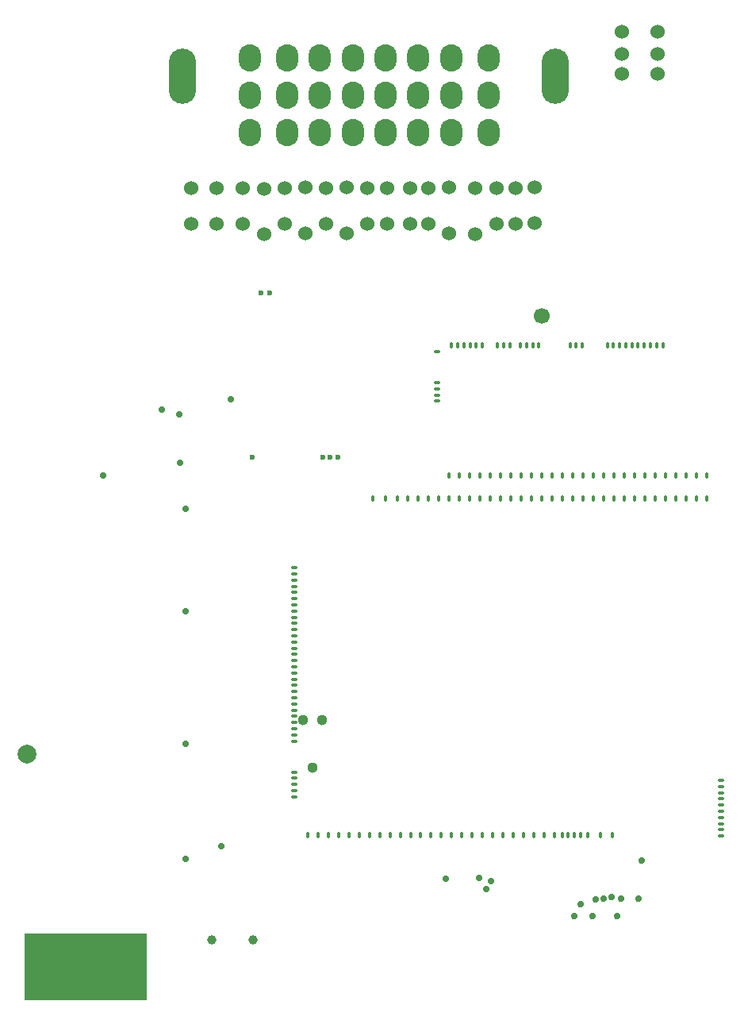
<source format=gbs>
G75*
G70*
%OFA0B0*%
%FSLAX25Y25*%
%IPPOS*%
%LPD*%
%AMOC8*
5,1,8,0,0,1.08239X$1,22.5*
%
%AMM213*
21,1,0.015350,0.009840,-0.000000,-0.000000,180.000000*
21,1,0.000000,0.025200,-0.000000,-0.000000,180.000000*
1,1,0.015350,-0.000000,0.004920*
1,1,0.015350,-0.000000,0.004920*
1,1,0.015350,-0.000000,-0.004920*
1,1,0.015350,-0.000000,-0.004920*
%
%AMM214*
21,1,0.015350,0.009840,-0.000000,-0.000000,270.000000*
21,1,0.000000,0.025200,-0.000000,-0.000000,270.000000*
1,1,0.015350,-0.004920,-0.000000*
1,1,0.015350,-0.004920,-0.000000*
1,1,0.015350,0.004920,-0.000000*
1,1,0.015350,0.004920,-0.000000*
%
%AMM279*
21,1,0.015350,0.009840,-0.000000,-0.000000,90.000000*
21,1,0.000000,0.025200,-0.000000,-0.000000,90.000000*
1,1,0.015350,0.004920,-0.000000*
1,1,0.015350,0.004920,-0.000000*
1,1,0.015350,-0.004920,-0.000000*
1,1,0.015350,-0.004920,-0.000000*
%
%ADD101O,0.11417X0.23228*%
%ADD105C,0.02362*%
%ADD120C,0.03937*%
%ADD138C,0.00472*%
%ADD160C,0.07874*%
%ADD192C,0.06000*%
%ADD207C,0.04451*%
%ADD231O,0.09449X0.11417*%
%ADD35C,0.06693*%
%ADD365M213*%
%ADD366M214*%
%ADD435M279*%
%ADD73C,0.02913*%
X0000000Y0000000D02*
%LPD*%
G01*
D138*
X0026378Y0000787D02*
X0026378Y0028346D01*
X0026378Y0028346D02*
X0077559Y0028346D01*
X0077559Y0028346D02*
X0077559Y0000787D01*
X0077559Y0000787D02*
X0026378Y0000787D01*
G36*
X0077559Y0000787D02*
G01*
X0026378Y0000787D01*
X0026378Y0028346D01*
X0077559Y0028346D01*
X0077559Y0000787D01*
G37*
X0077559Y0000787D02*
X0026378Y0000787D01*
X0026378Y0028346D01*
X0077559Y0028346D01*
X0077559Y0000787D01*
D105*
X0277020Y0042540D03*
X0275347Y0035315D03*
X0273182Y0043386D03*
X0269737Y0042540D03*
X0266390Y0042245D03*
X0265111Y0035315D03*
X0259993Y0040473D03*
X0257434Y0035315D03*
X0285682Y0058642D03*
X0284501Y0042599D03*
D192*
X0196206Y0326364D03*
X0196206Y0341364D03*
X0188514Y0326449D03*
X0188514Y0341449D03*
X0144488Y0341535D03*
X0144488Y0322244D03*
G36*
G01*
X0199409Y0252348D02*
X0200394Y0252348D01*
G75*
G02*
X0200886Y0251856I0000000J-000492D01*
G01*
X0200886Y0251856D01*
G75*
G02*
X0200394Y0251364I-000492J0000000D01*
G01*
X0199409Y0251364D01*
G75*
G02*
X0198917Y0251856I0000000J0000492D01*
G01*
X0198917Y0251856D01*
G75*
G02*
X0199409Y0252348I0000492J0000000D01*
G01*
G37*
G36*
G01*
X0199409Y0254947D02*
X0200394Y0254947D01*
G75*
G02*
X0200886Y0254455I0000000J-000492D01*
G01*
X0200886Y0254455D01*
G75*
G02*
X0200394Y0253963I-000492J0000000D01*
G01*
X0199409Y0253963D01*
G75*
G02*
X0198917Y0254455I0000000J0000492D01*
G01*
X0198917Y0254455D01*
G75*
G02*
X0199409Y0254947I0000492J0000000D01*
G01*
G37*
G36*
G01*
X0199409Y0257545D02*
X0200394Y0257545D01*
G75*
G02*
X0200886Y0257053I0000000J-000492D01*
G01*
X0200886Y0257053D01*
G75*
G02*
X0200394Y0256561I-000492J0000000D01*
G01*
X0199409Y0256561D01*
G75*
G02*
X0198917Y0257053I0000000J0000492D01*
G01*
X0198917Y0257053D01*
G75*
G02*
X0199409Y0257545I0000492J0000000D01*
G01*
G37*
G36*
G01*
X0199409Y0260144D02*
X0200394Y0260144D01*
G75*
G02*
X0200886Y0259651I0000000J-000492D01*
G01*
X0200886Y0259651D01*
G75*
G02*
X0200394Y0259159I-000492J0000000D01*
G01*
X0199409Y0259159D01*
G75*
G02*
X0198917Y0259651I0000000J0000492D01*
G01*
X0198917Y0259651D01*
G75*
G02*
X0199409Y0260144I0000492J0000000D01*
G01*
G37*
G36*
G01*
X0199409Y0273136D02*
X0200394Y0273136D01*
G75*
G02*
X0200886Y0272644I0000000J-000492D01*
G01*
X0200886Y0272644D01*
G75*
G02*
X0200394Y0272152I-000492J0000000D01*
G01*
X0199409Y0272152D01*
G75*
G02*
X0198917Y0272644I0000000J0000492D01*
G01*
X0198917Y0272644D01*
G75*
G02*
X0199409Y0273136I0000492J0000000D01*
G01*
G37*
G36*
G01*
X0312677Y0219991D02*
X0312677Y0220975D01*
G75*
G02*
X0313169Y0221467I0000492J0000000D01*
G01*
X0313169Y0221467D01*
G75*
G02*
X0313661Y0220975I0000000J-000492D01*
G01*
X0313661Y0219991D01*
G75*
G02*
X0313169Y0219499I-000492J0000000D01*
G01*
X0313169Y0219499D01*
G75*
G02*
X0312677Y0219991I0000000J0000492D01*
G01*
G37*
G36*
G01*
X0309331Y0220975D02*
X0309331Y0219991D01*
G75*
G02*
X0308839Y0219499I-000492J0000000D01*
G01*
X0308839Y0219499D01*
G75*
G02*
X0308346Y0219991I0000000J0000492D01*
G01*
X0308346Y0220975D01*
G75*
G02*
X0308839Y0221467I0000492J0000000D01*
G01*
X0308839Y0221467D01*
G75*
G02*
X0309331Y0220975I0000000J-000492D01*
G01*
G37*
G36*
G01*
X0305000Y0220975D02*
X0305000Y0219991D01*
G75*
G02*
X0304508Y0219499I-000492J0000000D01*
G01*
X0304508Y0219499D01*
G75*
G02*
X0304016Y0219991I0000000J0000492D01*
G01*
X0304016Y0220975D01*
G75*
G02*
X0304508Y0221467I0000492J0000000D01*
G01*
X0304508Y0221467D01*
G75*
G02*
X0305000Y0220975I0000000J-000492D01*
G01*
G37*
G36*
G01*
X0300669Y0220975D02*
X0300669Y0219991D01*
G75*
G02*
X0300177Y0219499I-000492J0000000D01*
G01*
X0300177Y0219499D01*
G75*
G02*
X0299685Y0219991I0000000J0000492D01*
G01*
X0299685Y0220975D01*
G75*
G02*
X0300177Y0221467I0000492J0000000D01*
G01*
X0300177Y0221467D01*
G75*
G02*
X0300669Y0220975I0000000J-000492D01*
G01*
G37*
G36*
G01*
X0296339Y0220975D02*
X0296339Y0219991D01*
G75*
G02*
X0295846Y0219499I-000492J0000000D01*
G01*
X0295846Y0219499D01*
G75*
G02*
X0295354Y0219991I0000000J0000492D01*
G01*
X0295354Y0220975D01*
G75*
G02*
X0295846Y0221467I0000492J0000000D01*
G01*
X0295846Y0221467D01*
G75*
G02*
X0296339Y0220975I0000000J-000492D01*
G01*
G37*
G36*
G01*
X0292008Y0220975D02*
X0292008Y0219991D01*
G75*
G02*
X0291516Y0219499I-000492J0000000D01*
G01*
X0291516Y0219499D01*
G75*
G02*
X0291024Y0219991I0000000J0000492D01*
G01*
X0291024Y0220975D01*
G75*
G02*
X0291516Y0221467I0000492J0000000D01*
G01*
X0291516Y0221467D01*
G75*
G02*
X0292008Y0220975I0000000J-000492D01*
G01*
G37*
G36*
G01*
X0287677Y0220975D02*
X0287677Y0219991D01*
G75*
G02*
X0287185Y0219499I-000492J0000000D01*
G01*
X0287185Y0219499D01*
G75*
G02*
X0286693Y0219991I0000000J0000492D01*
G01*
X0286693Y0220975D01*
G75*
G02*
X0287185Y0221467I0000492J0000000D01*
G01*
X0287185Y0221467D01*
G75*
G02*
X0287677Y0220975I0000000J-000492D01*
G01*
G37*
G36*
G01*
X0283346Y0220975D02*
X0283346Y0219991D01*
G75*
G02*
X0282854Y0219499I-000492J0000000D01*
G01*
X0282854Y0219499D01*
G75*
G02*
X0282362Y0219991I0000000J0000492D01*
G01*
X0282362Y0220975D01*
G75*
G02*
X0282854Y0221467I0000492J0000000D01*
G01*
X0282854Y0221467D01*
G75*
G02*
X0283346Y0220975I0000000J-000492D01*
G01*
G37*
G36*
G01*
X0279016Y0220975D02*
X0279016Y0219991D01*
G75*
G02*
X0278524Y0219499I-000492J0000000D01*
G01*
X0278524Y0219499D01*
G75*
G02*
X0278032Y0219991I0000000J0000492D01*
G01*
X0278032Y0220975D01*
G75*
G02*
X0278524Y0221467I0000492J0000000D01*
G01*
X0278524Y0221467D01*
G75*
G02*
X0279016Y0220975I0000000J-000492D01*
G01*
G37*
G36*
G01*
X0274685Y0220975D02*
X0274685Y0219991D01*
G75*
G02*
X0274193Y0219499I-000492J0000000D01*
G01*
X0274193Y0219499D01*
G75*
G02*
X0273701Y0219991I0000000J0000492D01*
G01*
X0273701Y0220975D01*
G75*
G02*
X0274193Y0221467I0000492J0000000D01*
G01*
X0274193Y0221467D01*
G75*
G02*
X0274685Y0220975I0000000J-000492D01*
G01*
G37*
G36*
G01*
X0270354Y0220975D02*
X0270354Y0219991D01*
G75*
G02*
X0269862Y0219499I-000492J0000000D01*
G01*
X0269862Y0219499D01*
G75*
G02*
X0269370Y0219991I0000000J0000492D01*
G01*
X0269370Y0220975D01*
G75*
G02*
X0269862Y0221467I0000492J0000000D01*
G01*
X0269862Y0221467D01*
G75*
G02*
X0270354Y0220975I0000000J-000492D01*
G01*
G37*
G36*
G01*
X0266024Y0220975D02*
X0266024Y0219991D01*
G75*
G02*
X0265532Y0219499I-000492J0000000D01*
G01*
X0265532Y0219499D01*
G75*
G02*
X0265039Y0219991I0000000J0000492D01*
G01*
X0265039Y0220975D01*
G75*
G02*
X0265532Y0221467I0000492J0000000D01*
G01*
X0265532Y0221467D01*
G75*
G02*
X0266024Y0220975I0000000J-000492D01*
G01*
G37*
G36*
G01*
X0261693Y0220975D02*
X0261693Y0219991D01*
G75*
G02*
X0261201Y0219499I-000492J0000000D01*
G01*
X0261201Y0219499D01*
G75*
G02*
X0260709Y0219991I0000000J0000492D01*
G01*
X0260709Y0220975D01*
G75*
G02*
X0261201Y0221467I0000492J0000000D01*
G01*
X0261201Y0221467D01*
G75*
G02*
X0261693Y0220975I0000000J-000492D01*
G01*
G37*
G36*
G01*
X0257362Y0220975D02*
X0257362Y0219991D01*
G75*
G02*
X0256870Y0219499I-000492J0000000D01*
G01*
X0256870Y0219499D01*
G75*
G02*
X0256378Y0219991I0000000J0000492D01*
G01*
X0256378Y0220975D01*
G75*
G02*
X0256870Y0221467I0000492J0000000D01*
G01*
X0256870Y0221467D01*
G75*
G02*
X0257362Y0220975I0000000J-000492D01*
G01*
G37*
G36*
G01*
X0253032Y0220975D02*
X0253032Y0219991D01*
G75*
G02*
X0252539Y0219499I-000492J0000000D01*
G01*
X0252539Y0219499D01*
G75*
G02*
X0252047Y0219991I0000000J0000492D01*
G01*
X0252047Y0220975D01*
G75*
G02*
X0252539Y0221467I0000492J0000000D01*
G01*
X0252539Y0221467D01*
G75*
G02*
X0253032Y0220975I0000000J-000492D01*
G01*
G37*
G36*
G01*
X0248701Y0220975D02*
X0248701Y0219991D01*
G75*
G02*
X0248209Y0219499I-000492J0000000D01*
G01*
X0248209Y0219499D01*
G75*
G02*
X0247717Y0219991I0000000J0000492D01*
G01*
X0247717Y0220975D01*
G75*
G02*
X0248209Y0221467I0000492J0000000D01*
G01*
X0248209Y0221467D01*
G75*
G02*
X0248701Y0220975I0000000J-000492D01*
G01*
G37*
G36*
G01*
X0244370Y0220975D02*
X0244370Y0219991D01*
G75*
G02*
X0243878Y0219499I-000492J0000000D01*
G01*
X0243878Y0219499D01*
G75*
G02*
X0243386Y0219991I0000000J0000492D01*
G01*
X0243386Y0220975D01*
G75*
G02*
X0243878Y0221467I0000492J0000000D01*
G01*
X0243878Y0221467D01*
G75*
G02*
X0244370Y0220975I0000000J-000492D01*
G01*
G37*
G36*
G01*
X0240039Y0220975D02*
X0240039Y0219991D01*
G75*
G02*
X0239547Y0219499I-000492J0000000D01*
G01*
X0239547Y0219499D01*
G75*
G02*
X0239055Y0219991I0000000J0000492D01*
G01*
X0239055Y0220975D01*
G75*
G02*
X0239547Y0221467I0000492J0000000D01*
G01*
X0239547Y0221467D01*
G75*
G02*
X0240039Y0220975I0000000J-000492D01*
G01*
G37*
G36*
G01*
X0235709Y0220975D02*
X0235709Y0219991D01*
G75*
G02*
X0235217Y0219499I-000492J0000000D01*
G01*
X0235217Y0219499D01*
G75*
G02*
X0234725Y0219991I0000000J0000492D01*
G01*
X0234725Y0220975D01*
G75*
G02*
X0235217Y0221467I0000492J0000000D01*
G01*
X0235217Y0221467D01*
G75*
G02*
X0235709Y0220975I0000000J-000492D01*
G01*
G37*
G36*
G01*
X0231378Y0220975D02*
X0231378Y0219991D01*
G75*
G02*
X0230886Y0219499I-000492J0000000D01*
G01*
X0230886Y0219499D01*
G75*
G02*
X0230394Y0219991I0000000J0000492D01*
G01*
X0230394Y0220975D01*
G75*
G02*
X0230886Y0221467I0000492J0000000D01*
G01*
X0230886Y0221467D01*
G75*
G02*
X0231378Y0220975I0000000J-000492D01*
G01*
G37*
G36*
G01*
X0227047Y0220975D02*
X0227047Y0219991D01*
G75*
G02*
X0226555Y0219499I-000492J0000000D01*
G01*
X0226555Y0219499D01*
G75*
G02*
X0226063Y0219991I0000000J0000492D01*
G01*
X0226063Y0220975D01*
G75*
G02*
X0226555Y0221467I0000492J0000000D01*
G01*
X0226555Y0221467D01*
G75*
G02*
X0227047Y0220975I0000000J-000492D01*
G01*
G37*
G36*
G01*
X0222717Y0220975D02*
X0222717Y0219991D01*
G75*
G02*
X0222225Y0219499I-000492J0000000D01*
G01*
X0222225Y0219499D01*
G75*
G02*
X0221732Y0219991I0000000J0000492D01*
G01*
X0221732Y0220975D01*
G75*
G02*
X0222225Y0221467I0000492J0000000D01*
G01*
X0222225Y0221467D01*
G75*
G02*
X0222717Y0220975I0000000J-000492D01*
G01*
G37*
G36*
G01*
X0218386Y0220975D02*
X0218386Y0219991D01*
G75*
G02*
X0217894Y0219499I-000492J0000000D01*
G01*
X0217894Y0219499D01*
G75*
G02*
X0217402Y0219991I0000000J0000492D01*
G01*
X0217402Y0220975D01*
G75*
G02*
X0217894Y0221467I0000492J0000000D01*
G01*
X0217894Y0221467D01*
G75*
G02*
X0218386Y0220975I0000000J-000492D01*
G01*
G37*
G36*
G01*
X0214055Y0220975D02*
X0214055Y0219991D01*
G75*
G02*
X0213563Y0219499I-000492J0000000D01*
G01*
X0213563Y0219499D01*
G75*
G02*
X0213071Y0219991I0000000J0000492D01*
G01*
X0213071Y0220975D01*
G75*
G02*
X0213563Y0221467I0000492J0000000D01*
G01*
X0213563Y0221467D01*
G75*
G02*
X0214055Y0220975I0000000J-000492D01*
G01*
G37*
G36*
G01*
X0209725Y0220975D02*
X0209725Y0219991D01*
G75*
G02*
X0209232Y0219499I-000492J0000000D01*
G01*
X0209232Y0219499D01*
G75*
G02*
X0208740Y0219991I0000000J0000492D01*
G01*
X0208740Y0220975D01*
G75*
G02*
X0209232Y0221467I0000492J0000000D01*
G01*
X0209232Y0221467D01*
G75*
G02*
X0209725Y0220975I0000000J-000492D01*
G01*
G37*
G36*
G01*
X0205394Y0220975D02*
X0205394Y0219991D01*
G75*
G02*
X0204902Y0219499I-000492J0000000D01*
G01*
X0204902Y0219499D01*
G75*
G02*
X0204410Y0219991I0000000J0000492D01*
G01*
X0204410Y0220975D01*
G75*
G02*
X0204902Y0221467I0000492J0000000D01*
G01*
X0204902Y0221467D01*
G75*
G02*
X0205394Y0220975I0000000J-000492D01*
G01*
G37*
G36*
G01*
X0206382Y0275944D02*
X0206382Y0274959D01*
G75*
G02*
X0205890Y0274467I-000492J0000000D01*
G01*
X0205890Y0274467D01*
G75*
G02*
X0205398Y0274959I0000000J0000492D01*
G01*
X0205398Y0275944D01*
G75*
G02*
X0205890Y0276436I0000492J0000000D01*
G01*
X0205890Y0276436D01*
G75*
G02*
X0206382Y0275944I0000000J-000492D01*
G01*
G37*
G36*
G01*
X0208980Y0275944D02*
X0208980Y0274959D01*
G75*
G02*
X0208488Y0274467I-000492J0000000D01*
G01*
X0208488Y0274467D01*
G75*
G02*
X0207996Y0274959I0000000J0000492D01*
G01*
X0207996Y0275944D01*
G75*
G02*
X0208488Y0276436I0000492J0000000D01*
G01*
X0208488Y0276436D01*
G75*
G02*
X0208980Y0275944I0000000J-000492D01*
G01*
G37*
G36*
G01*
X0211579Y0275944D02*
X0211579Y0274959D01*
G75*
G02*
X0211087Y0274467I-000492J0000000D01*
G01*
X0211087Y0274467D01*
G75*
G02*
X0210594Y0274959I0000000J0000492D01*
G01*
X0210594Y0275944D01*
G75*
G02*
X0211087Y0276436I0000492J0000000D01*
G01*
X0211087Y0276436D01*
G75*
G02*
X0211579Y0275944I0000000J-000492D01*
G01*
G37*
G36*
G01*
X0214177Y0275944D02*
X0214177Y0274959D01*
G75*
G02*
X0213685Y0274467I-000492J0000000D01*
G01*
X0213685Y0274467D01*
G75*
G02*
X0213193Y0274959I0000000J0000492D01*
G01*
X0213193Y0275944D01*
G75*
G02*
X0213685Y0276436I0000492J0000000D01*
G01*
X0213685Y0276436D01*
G75*
G02*
X0214177Y0275944I0000000J-000492D01*
G01*
G37*
G36*
G01*
X0216776Y0275944D02*
X0216776Y0274959D01*
G75*
G02*
X0216283Y0274467I-000492J0000000D01*
G01*
X0216283Y0274467D01*
G75*
G02*
X0215791Y0274959I0000000J0000492D01*
G01*
X0215791Y0275944D01*
G75*
G02*
X0216283Y0276436I0000492J0000000D01*
G01*
X0216283Y0276436D01*
G75*
G02*
X0216776Y0275944I0000000J-000492D01*
G01*
G37*
G36*
G01*
X0219374Y0275944D02*
X0219374Y0274959D01*
G75*
G02*
X0218882Y0274467I-000492J0000000D01*
G01*
X0218882Y0274467D01*
G75*
G02*
X0218390Y0274959I0000000J0000492D01*
G01*
X0218390Y0275944D01*
G75*
G02*
X0218882Y0276436I0000492J0000000D01*
G01*
X0218882Y0276436D01*
G75*
G02*
X0219374Y0275944I0000000J-000492D01*
G01*
G37*
G36*
G01*
X0225677Y0275944D02*
X0225677Y0274959D01*
G75*
G02*
X0225185Y0274467I-000492J0000000D01*
G01*
X0225185Y0274467D01*
G75*
G02*
X0224693Y0274959I0000000J0000492D01*
G01*
X0224693Y0275944D01*
G75*
G02*
X0225185Y0276436I0000492J0000000D01*
G01*
X0225185Y0276436D01*
G75*
G02*
X0225677Y0275944I0000000J-000492D01*
G01*
G37*
G36*
G01*
X0228276Y0275944D02*
X0228276Y0274959D01*
G75*
G02*
X0227783Y0274467I-000492J0000000D01*
G01*
X0227783Y0274467D01*
G75*
G02*
X0227291Y0274959I0000000J0000492D01*
G01*
X0227291Y0275944D01*
G75*
G02*
X0227783Y0276436I0000492J0000000D01*
G01*
X0227783Y0276436D01*
G75*
G02*
X0228276Y0275944I0000000J-000492D01*
G01*
G37*
G36*
G01*
X0230874Y0275944D02*
X0230874Y0274959D01*
G75*
G02*
X0230382Y0274467I-000492J0000000D01*
G01*
X0230382Y0274467D01*
G75*
G02*
X0229890Y0274959I0000000J0000492D01*
G01*
X0229890Y0275944D01*
G75*
G02*
X0230382Y0276436I0000492J0000000D01*
G01*
X0230382Y0276436D01*
G75*
G02*
X0230874Y0275944I0000000J-000492D01*
G01*
G37*
G36*
G01*
X0235287Y0275944D02*
X0235287Y0274959D01*
G75*
G02*
X0234795Y0274467I-000492J0000000D01*
G01*
X0234795Y0274467D01*
G75*
G02*
X0234303Y0274959I0000000J0000492D01*
G01*
X0234303Y0275944D01*
G75*
G02*
X0234795Y0276436I0000492J0000000D01*
G01*
X0234795Y0276436D01*
G75*
G02*
X0235287Y0275944I0000000J-000492D01*
G01*
G37*
G36*
G01*
X0237885Y0275944D02*
X0237885Y0274959D01*
G75*
G02*
X0237393Y0274467I-000492J0000000D01*
G01*
X0237393Y0274467D01*
G75*
G02*
X0236901Y0274959I0000000J0000492D01*
G01*
X0236901Y0275944D01*
G75*
G02*
X0237393Y0276436I0000492J0000000D01*
G01*
X0237393Y0276436D01*
G75*
G02*
X0237885Y0275944I0000000J-000492D01*
G01*
G37*
G36*
G01*
X0240484Y0275944D02*
X0240484Y0274959D01*
G75*
G02*
X0239992Y0274467I-000492J0000000D01*
G01*
X0239992Y0274467D01*
G75*
G02*
X0239500Y0274959I0000000J0000492D01*
G01*
X0239500Y0275944D01*
G75*
G02*
X0239992Y0276436I0000492J0000000D01*
G01*
X0239992Y0276436D01*
G75*
G02*
X0240484Y0275944I0000000J-000492D01*
G01*
G37*
G36*
G01*
X0243082Y0275944D02*
X0243082Y0274959D01*
G75*
G02*
X0242590Y0274467I-000492J0000000D01*
G01*
X0242590Y0274467D01*
G75*
G02*
X0242098Y0274959I0000000J0000492D01*
G01*
X0242098Y0275944D01*
G75*
G02*
X0242590Y0276436I0000492J0000000D01*
G01*
X0242590Y0276436D01*
G75*
G02*
X0243082Y0275944I0000000J-000492D01*
G01*
G37*
G36*
G01*
X0256177Y0275944D02*
X0256177Y0274959D01*
G75*
G02*
X0255685Y0274467I-000492J0000000D01*
G01*
X0255685Y0274467D01*
G75*
G02*
X0255193Y0274959I0000000J0000492D01*
G01*
X0255193Y0275944D01*
G75*
G02*
X0255685Y0276436I0000492J0000000D01*
G01*
X0255685Y0276436D01*
G75*
G02*
X0256177Y0275944I0000000J-000492D01*
G01*
G37*
G36*
G01*
X0258776Y0275944D02*
X0258776Y0274959D01*
G75*
G02*
X0258283Y0274467I-000492J0000000D01*
G01*
X0258283Y0274467D01*
G75*
G02*
X0257791Y0274959I0000000J0000492D01*
G01*
X0257791Y0275944D01*
G75*
G02*
X0258283Y0276436I0000492J0000000D01*
G01*
X0258283Y0276436D01*
G75*
G02*
X0258776Y0275944I0000000J-000492D01*
G01*
G37*
G36*
G01*
X0261374Y0275944D02*
X0261374Y0274959D01*
G75*
G02*
X0260882Y0274467I-000492J0000000D01*
G01*
X0260882Y0274467D01*
G75*
G02*
X0260390Y0274959I0000000J0000492D01*
G01*
X0260390Y0275944D01*
G75*
G02*
X0260882Y0276436I0000492J0000000D01*
G01*
X0260882Y0276436D01*
G75*
G02*
X0261374Y0275944I0000000J-000492D01*
G01*
G37*
G36*
G01*
X0271791Y0275944D02*
X0271791Y0274959D01*
G75*
G02*
X0271299Y0274467I-000492J0000000D01*
G01*
X0271299Y0274467D01*
G75*
G02*
X0270807Y0274959I0000000J0000492D01*
G01*
X0270807Y0275944D01*
G75*
G02*
X0271299Y0276436I0000492J0000000D01*
G01*
X0271299Y0276436D01*
G75*
G02*
X0271791Y0275944I0000000J-000492D01*
G01*
G37*
G36*
G01*
X0274390Y0275944D02*
X0274390Y0274959D01*
G75*
G02*
X0273898Y0274467I-000492J0000000D01*
G01*
X0273898Y0274467D01*
G75*
G02*
X0273405Y0274959I0000000J0000492D01*
G01*
X0273405Y0275944D01*
G75*
G02*
X0273898Y0276436I0000492J0000000D01*
G01*
X0273898Y0276436D01*
G75*
G02*
X0274390Y0275944I0000000J-000492D01*
G01*
G37*
G36*
G01*
X0276988Y0275944D02*
X0276988Y0274959D01*
G75*
G02*
X0276496Y0274467I-000492J0000000D01*
G01*
X0276496Y0274467D01*
G75*
G02*
X0276004Y0274959I0000000J0000492D01*
G01*
X0276004Y0275944D01*
G75*
G02*
X0276496Y0276436I0000492J0000000D01*
G01*
X0276496Y0276436D01*
G75*
G02*
X0276988Y0275944I0000000J-000492D01*
G01*
G37*
G36*
G01*
X0279587Y0275944D02*
X0279587Y0274959D01*
G75*
G02*
X0279094Y0274467I-000492J0000000D01*
G01*
X0279094Y0274467D01*
G75*
G02*
X0278602Y0274959I0000000J0000492D01*
G01*
X0278602Y0275944D01*
G75*
G02*
X0279094Y0276436I0000492J0000000D01*
G01*
X0279094Y0276436D01*
G75*
G02*
X0279587Y0275944I0000000J-000492D01*
G01*
G37*
G36*
G01*
X0282185Y0275944D02*
X0282185Y0274959D01*
G75*
G02*
X0281693Y0274467I-000492J0000000D01*
G01*
X0281693Y0274467D01*
G75*
G02*
X0281201Y0274959I0000000J0000492D01*
G01*
X0281201Y0275944D01*
G75*
G02*
X0281693Y0276436I0000492J0000000D01*
G01*
X0281693Y0276436D01*
G75*
G02*
X0282185Y0275944I0000000J-000492D01*
G01*
G37*
G36*
G01*
X0284783Y0275944D02*
X0284783Y0274959D01*
G75*
G02*
X0284291Y0274467I-000492J0000000D01*
G01*
X0284291Y0274467D01*
G75*
G02*
X0283799Y0274959I0000000J0000492D01*
G01*
X0283799Y0275944D01*
G75*
G02*
X0284291Y0276436I0000492J0000000D01*
G01*
X0284291Y0276436D01*
G75*
G02*
X0284783Y0275944I0000000J-000492D01*
G01*
G37*
G36*
G01*
X0287382Y0275944D02*
X0287382Y0274959D01*
G75*
G02*
X0286890Y0274467I-000492J0000000D01*
G01*
X0286890Y0274467D01*
G75*
G02*
X0286398Y0274959I0000000J0000492D01*
G01*
X0286398Y0275944D01*
G75*
G02*
X0286890Y0276436I0000492J0000000D01*
G01*
X0286890Y0276436D01*
G75*
G02*
X0287382Y0275944I0000000J-000492D01*
G01*
G37*
G36*
G01*
X0289980Y0275944D02*
X0289980Y0274959D01*
G75*
G02*
X0289488Y0274467I-000492J0000000D01*
G01*
X0289488Y0274467D01*
G75*
G02*
X0288996Y0274959I0000000J0000492D01*
G01*
X0288996Y0275944D01*
G75*
G02*
X0289488Y0276436I0000492J0000000D01*
G01*
X0289488Y0276436D01*
G75*
G02*
X0289980Y0275944I0000000J-000492D01*
G01*
G37*
G36*
G01*
X0292579Y0275944D02*
X0292579Y0274959D01*
G75*
G02*
X0292087Y0274467I-000492J0000000D01*
G01*
X0292087Y0274467D01*
G75*
G02*
X0291594Y0274959I0000000J0000492D01*
G01*
X0291594Y0275944D01*
G75*
G02*
X0292087Y0276436I0000492J0000000D01*
G01*
X0292087Y0276436D01*
G75*
G02*
X0292579Y0275944I0000000J-000492D01*
G01*
G37*
G36*
G01*
X0295177Y0275944D02*
X0295177Y0274959D01*
G75*
G02*
X0294685Y0274467I-000492J0000000D01*
G01*
X0294685Y0274467D01*
G75*
G02*
X0294193Y0274959I0000000J0000492D01*
G01*
X0294193Y0275944D01*
G75*
G02*
X0294685Y0276436I0000492J0000000D01*
G01*
X0294685Y0276436D01*
G75*
G02*
X0295177Y0275944I0000000J-000492D01*
G01*
G37*
D35*
X0243929Y0287795D03*
D192*
X0096457Y0326358D03*
X0096457Y0341358D03*
X0292539Y0407087D03*
X0277539Y0407087D03*
D120*
X0122441Y0025492D03*
X0105118Y0025492D03*
D192*
X0153150Y0326358D03*
X0153150Y0341358D03*
X0178740Y0326358D03*
X0178740Y0341358D03*
D105*
X0222612Y0050344D03*
X0220545Y0046900D03*
X0217592Y0051526D03*
X0203616Y0051230D03*
X0059315Y0220622D03*
X0091697Y0225838D03*
X0091628Y0246439D03*
X0084217Y0248378D03*
X0113154Y0252807D03*
X0122146Y0228346D03*
X0151673Y0228346D03*
X0154823Y0228346D03*
X0157972Y0228346D03*
X0129626Y0297343D03*
X0125689Y0297343D03*
D192*
X0170472Y0326358D03*
X0170472Y0341358D03*
X0118110Y0326358D03*
X0118110Y0341358D03*
X0215929Y0341339D03*
X0215929Y0322047D03*
X0277539Y0389370D03*
X0292539Y0389370D03*
X0161811Y0341535D03*
X0161811Y0322244D03*
G36*
G01*
X0139411Y0086235D02*
X0140396Y0086235D01*
G75*
G02*
X0140888Y0085743I0000000J-000492D01*
G01*
X0140888Y0085743D01*
G75*
G02*
X0140396Y0085250I-000492J0000000D01*
G01*
X0139411Y0085250D01*
G75*
G02*
X0138919Y0085743I0000000J0000492D01*
G01*
X0138919Y0085743D01*
G75*
G02*
X0139411Y0086235I0000492J0000000D01*
G01*
G37*
G36*
G01*
X0140396Y0087849D02*
X0139411Y0087849D01*
G75*
G02*
X0138919Y0088341I0000000J0000492D01*
G01*
X0138919Y0088341D01*
G75*
G02*
X0139411Y0088833I0000492J0000000D01*
G01*
X0140396Y0088833D01*
G75*
G02*
X0140888Y0088341I0000000J-000492D01*
G01*
X0140888Y0088341D01*
G75*
G02*
X0140396Y0087849I-000492J0000000D01*
G01*
G37*
G36*
G01*
X0140396Y0090447D02*
X0139411Y0090447D01*
G75*
G02*
X0138919Y0090939I0000000J0000492D01*
G01*
X0138919Y0090939D01*
G75*
G02*
X0139411Y0091432I0000492J0000000D01*
G01*
X0140396Y0091432D01*
G75*
G02*
X0140888Y0090939I0000000J-000492D01*
G01*
X0140888Y0090939D01*
G75*
G02*
X0140396Y0090447I-000492J0000000D01*
G01*
G37*
G36*
G01*
X0140396Y0093046D02*
X0139411Y0093046D01*
G75*
G02*
X0138919Y0093538I0000000J0000492D01*
G01*
X0138919Y0093538D01*
G75*
G02*
X0139411Y0094030I0000492J0000000D01*
G01*
X0140396Y0094030D01*
G75*
G02*
X0140888Y0093538I0000000J-000492D01*
G01*
X0140888Y0093538D01*
G75*
G02*
X0140396Y0093046I-000492J0000000D01*
G01*
G37*
G36*
G01*
X0140396Y0095644D02*
X0139411Y0095644D01*
G75*
G02*
X0138919Y0096136I0000000J0000492D01*
G01*
X0138919Y0096136D01*
G75*
G02*
X0139411Y0096628I0000492J0000000D01*
G01*
X0140396Y0096628D01*
G75*
G02*
X0140888Y0096136I0000000J-000492D01*
G01*
X0140888Y0096136D01*
G75*
G02*
X0140396Y0095644I-000492J0000000D01*
G01*
G37*
G36*
G01*
X0140396Y0108636D02*
X0139411Y0108636D01*
G75*
G02*
X0138919Y0109128I0000000J0000492D01*
G01*
X0138919Y0109128D01*
G75*
G02*
X0139411Y0109621I0000492J0000000D01*
G01*
X0140396Y0109621D01*
G75*
G02*
X0140888Y0109128I0000000J-000492D01*
G01*
X0140888Y0109128D01*
G75*
G02*
X0140396Y0108636I-000492J0000000D01*
G01*
G37*
G36*
G01*
X0140396Y0111235D02*
X0139411Y0111235D01*
G75*
G02*
X0138919Y0111727I0000000J0000492D01*
G01*
X0138919Y0111727D01*
G75*
G02*
X0139411Y0112219I0000492J0000000D01*
G01*
X0140396Y0112219D01*
G75*
G02*
X0140888Y0111727I0000000J-000492D01*
G01*
X0140888Y0111727D01*
G75*
G02*
X0140396Y0111235I-000492J0000000D01*
G01*
G37*
G36*
G01*
X0140396Y0113833D02*
X0139411Y0113833D01*
G75*
G02*
X0138919Y0114325I0000000J0000492D01*
G01*
X0138919Y0114325D01*
G75*
G02*
X0139411Y0114817I0000492J0000000D01*
G01*
X0140396Y0114817D01*
G75*
G02*
X0140888Y0114325I0000000J-000492D01*
G01*
X0140888Y0114325D01*
G75*
G02*
X0140396Y0113833I-000492J0000000D01*
G01*
G37*
G36*
G01*
X0140396Y0116432D02*
X0139411Y0116432D01*
G75*
G02*
X0138919Y0116924I0000000J0000492D01*
G01*
X0138919Y0116924D01*
G75*
G02*
X0139411Y0117416I0000492J0000000D01*
G01*
X0140396Y0117416D01*
G75*
G02*
X0140888Y0116924I0000000J-000492D01*
G01*
X0140888Y0116924D01*
G75*
G02*
X0140396Y0116432I-000492J0000000D01*
G01*
G37*
G36*
G01*
X0140396Y0119030D02*
X0139411Y0119030D01*
G75*
G02*
X0138919Y0119522I0000000J0000492D01*
G01*
X0138919Y0119522D01*
G75*
G02*
X0139411Y0120014I0000492J0000000D01*
G01*
X0140396Y0120014D01*
G75*
G02*
X0140888Y0119522I0000000J-000492D01*
G01*
X0140888Y0119522D01*
G75*
G02*
X0140396Y0119030I-000492J0000000D01*
G01*
G37*
G36*
G01*
X0140396Y0121628D02*
X0139411Y0121628D01*
G75*
G02*
X0138919Y0122121I0000000J0000492D01*
G01*
X0138919Y0122121D01*
G75*
G02*
X0139411Y0122613I0000492J0000000D01*
G01*
X0140396Y0122613D01*
G75*
G02*
X0140888Y0122121I0000000J-000492D01*
G01*
X0140888Y0122121D01*
G75*
G02*
X0140396Y0121628I-000492J0000000D01*
G01*
G37*
G36*
G01*
X0140396Y0124227D02*
X0139411Y0124227D01*
G75*
G02*
X0138919Y0124719I0000000J0000492D01*
G01*
X0138919Y0124719D01*
G75*
G02*
X0139411Y0125211I0000492J0000000D01*
G01*
X0140396Y0125211D01*
G75*
G02*
X0140888Y0124719I0000000J-000492D01*
G01*
X0140888Y0124719D01*
G75*
G02*
X0140396Y0124227I-000492J0000000D01*
G01*
G37*
G36*
G01*
X0140396Y0126825D02*
X0139411Y0126825D01*
G75*
G02*
X0138919Y0127317I0000000J0000492D01*
G01*
X0138919Y0127317D01*
G75*
G02*
X0139411Y0127810I0000492J0000000D01*
G01*
X0140396Y0127810D01*
G75*
G02*
X0140888Y0127317I0000000J-000492D01*
G01*
X0140888Y0127317D01*
G75*
G02*
X0140396Y0126825I-000492J0000000D01*
G01*
G37*
G36*
G01*
X0140396Y0129424D02*
X0139411Y0129424D01*
G75*
G02*
X0138919Y0129916I0000000J0000492D01*
G01*
X0138919Y0129916D01*
G75*
G02*
X0139411Y0130408I0000492J0000000D01*
G01*
X0140396Y0130408D01*
G75*
G02*
X0140888Y0129916I0000000J-000492D01*
G01*
X0140888Y0129916D01*
G75*
G02*
X0140396Y0129424I-000492J0000000D01*
G01*
G37*
G36*
G01*
X0140396Y0132022D02*
X0139411Y0132022D01*
G75*
G02*
X0138919Y0132514I0000000J0000492D01*
G01*
X0138919Y0132514D01*
G75*
G02*
X0139411Y0133006I0000492J0000000D01*
G01*
X0140396Y0133006D01*
G75*
G02*
X0140888Y0132514I0000000J-000492D01*
G01*
X0140888Y0132514D01*
G75*
G02*
X0140396Y0132022I-000492J0000000D01*
G01*
G37*
G36*
G01*
X0140396Y0134621D02*
X0139411Y0134621D01*
G75*
G02*
X0138919Y0135113I0000000J0000492D01*
G01*
X0138919Y0135113D01*
G75*
G02*
X0139411Y0135605I0000492J0000000D01*
G01*
X0140396Y0135605D01*
G75*
G02*
X0140888Y0135113I0000000J-000492D01*
G01*
X0140888Y0135113D01*
G75*
G02*
X0140396Y0134621I-000492J0000000D01*
G01*
G37*
G36*
G01*
X0140396Y0137219D02*
X0139411Y0137219D01*
G75*
G02*
X0138919Y0137711I0000000J0000492D01*
G01*
X0138919Y0137711D01*
G75*
G02*
X0139411Y0138203I0000492J0000000D01*
G01*
X0140396Y0138203D01*
G75*
G02*
X0140888Y0137711I0000000J-000492D01*
G01*
X0140888Y0137711D01*
G75*
G02*
X0140396Y0137219I-000492J0000000D01*
G01*
G37*
G36*
G01*
X0140396Y0139817D02*
X0139411Y0139817D01*
G75*
G02*
X0138919Y0140310I0000000J0000492D01*
G01*
X0138919Y0140310D01*
G75*
G02*
X0139411Y0140802I0000492J0000000D01*
G01*
X0140396Y0140802D01*
G75*
G02*
X0140888Y0140310I0000000J-000492D01*
G01*
X0140888Y0140310D01*
G75*
G02*
X0140396Y0139817I-000492J0000000D01*
G01*
G37*
G36*
G01*
X0140396Y0142416D02*
X0139411Y0142416D01*
G75*
G02*
X0138919Y0142908I0000000J0000492D01*
G01*
X0138919Y0142908D01*
G75*
G02*
X0139411Y0143400I0000492J0000000D01*
G01*
X0140396Y0143400D01*
G75*
G02*
X0140888Y0142908I0000000J-000492D01*
G01*
X0140888Y0142908D01*
G75*
G02*
X0140396Y0142416I-000492J0000000D01*
G01*
G37*
G36*
G01*
X0140396Y0145014D02*
X0139411Y0145014D01*
G75*
G02*
X0138919Y0145506I0000000J0000492D01*
G01*
X0138919Y0145506D01*
G75*
G02*
X0139411Y0145999I0000492J0000000D01*
G01*
X0140396Y0145999D01*
G75*
G02*
X0140888Y0145506I0000000J-000492D01*
G01*
X0140888Y0145506D01*
G75*
G02*
X0140396Y0145014I-000492J0000000D01*
G01*
G37*
G36*
G01*
X0140396Y0147613D02*
X0139411Y0147613D01*
G75*
G02*
X0138919Y0148105I0000000J0000492D01*
G01*
X0138919Y0148105D01*
G75*
G02*
X0139411Y0148597I0000492J0000000D01*
G01*
X0140396Y0148597D01*
G75*
G02*
X0140888Y0148105I0000000J-000492D01*
G01*
X0140888Y0148105D01*
G75*
G02*
X0140396Y0147613I-000492J0000000D01*
G01*
G37*
G36*
G01*
X0140396Y0150211D02*
X0139411Y0150211D01*
G75*
G02*
X0138919Y0150703I0000000J0000492D01*
G01*
X0138919Y0150703D01*
G75*
G02*
X0139411Y0151195I0000492J0000000D01*
G01*
X0140396Y0151195D01*
G75*
G02*
X0140888Y0150703I0000000J-000492D01*
G01*
X0140888Y0150703D01*
G75*
G02*
X0140396Y0150211I-000492J0000000D01*
G01*
G37*
G36*
G01*
X0140396Y0152810D02*
X0139411Y0152810D01*
G75*
G02*
X0138919Y0153302I0000000J0000492D01*
G01*
X0138919Y0153302D01*
G75*
G02*
X0139411Y0153794I0000492J0000000D01*
G01*
X0140396Y0153794D01*
G75*
G02*
X0140888Y0153302I0000000J-000492D01*
G01*
X0140888Y0153302D01*
G75*
G02*
X0140396Y0152810I-000492J0000000D01*
G01*
G37*
G36*
G01*
X0140396Y0155408D02*
X0139411Y0155408D01*
G75*
G02*
X0138919Y0155900I0000000J0000492D01*
G01*
X0138919Y0155900D01*
G75*
G02*
X0139411Y0156392I0000492J0000000D01*
G01*
X0140396Y0156392D01*
G75*
G02*
X0140888Y0155900I0000000J-000492D01*
G01*
X0140888Y0155900D01*
G75*
G02*
X0140396Y0155408I-000492J0000000D01*
G01*
G37*
G36*
G01*
X0140396Y0158006D02*
X0139411Y0158006D01*
G75*
G02*
X0138919Y0158499I0000000J0000492D01*
G01*
X0138919Y0158499D01*
G75*
G02*
X0139411Y0158991I0000492J0000000D01*
G01*
X0140396Y0158991D01*
G75*
G02*
X0140888Y0158499I0000000J-000492D01*
G01*
X0140888Y0158499D01*
G75*
G02*
X0140396Y0158006I-000492J0000000D01*
G01*
G37*
G36*
G01*
X0140396Y0160605D02*
X0139411Y0160605D01*
G75*
G02*
X0138919Y0161097I0000000J0000492D01*
G01*
X0138919Y0161097D01*
G75*
G02*
X0139411Y0161589I0000492J0000000D01*
G01*
X0140396Y0161589D01*
G75*
G02*
X0140888Y0161097I0000000J-000492D01*
G01*
X0140888Y0161097D01*
G75*
G02*
X0140396Y0160605I-000492J0000000D01*
G01*
G37*
G36*
G01*
X0140396Y0163203D02*
X0139411Y0163203D01*
G75*
G02*
X0138919Y0163695I0000000J0000492D01*
G01*
X0138919Y0163695D01*
G75*
G02*
X0139411Y0164188I0000492J0000000D01*
G01*
X0140396Y0164188D01*
G75*
G02*
X0140888Y0163695I0000000J-000492D01*
G01*
X0140888Y0163695D01*
G75*
G02*
X0140396Y0163203I-000492J0000000D01*
G01*
G37*
G36*
G01*
X0140396Y0165802D02*
X0139411Y0165802D01*
G75*
G02*
X0138919Y0166294I0000000J0000492D01*
G01*
X0138919Y0166294D01*
G75*
G02*
X0139411Y0166786I0000492J0000000D01*
G01*
X0140396Y0166786D01*
G75*
G02*
X0140888Y0166294I0000000J-000492D01*
G01*
X0140888Y0166294D01*
G75*
G02*
X0140396Y0165802I-000492J0000000D01*
G01*
G37*
G36*
G01*
X0140396Y0168400D02*
X0139411Y0168400D01*
G75*
G02*
X0138919Y0168892I0000000J0000492D01*
G01*
X0138919Y0168892D01*
G75*
G02*
X0139411Y0169384I0000492J0000000D01*
G01*
X0140396Y0169384D01*
G75*
G02*
X0140888Y0168892I0000000J-000492D01*
G01*
X0140888Y0168892D01*
G75*
G02*
X0140396Y0168400I-000492J0000000D01*
G01*
G37*
G36*
G01*
X0140396Y0170999D02*
X0139411Y0170999D01*
G75*
G02*
X0138919Y0171491I0000000J0000492D01*
G01*
X0138919Y0171491D01*
G75*
G02*
X0139411Y0171983I0000492J0000000D01*
G01*
X0140396Y0171983D01*
G75*
G02*
X0140888Y0171491I0000000J-000492D01*
G01*
X0140888Y0171491D01*
G75*
G02*
X0140396Y0170999I-000492J0000000D01*
G01*
G37*
G36*
G01*
X0140396Y0173597D02*
X0139411Y0173597D01*
G75*
G02*
X0138919Y0174089I0000000J0000492D01*
G01*
X0138919Y0174089D01*
G75*
G02*
X0139411Y0174581I0000492J0000000D01*
G01*
X0140396Y0174581D01*
G75*
G02*
X0140888Y0174089I0000000J-000492D01*
G01*
X0140888Y0174089D01*
G75*
G02*
X0140396Y0173597I-000492J0000000D01*
G01*
G37*
G36*
G01*
X0140396Y0176195D02*
X0139411Y0176195D01*
G75*
G02*
X0138919Y0176688I0000000J0000492D01*
G01*
X0138919Y0176688D01*
G75*
G02*
X0139411Y0177180I0000492J0000000D01*
G01*
X0140396Y0177180D01*
G75*
G02*
X0140888Y0176688I0000000J-000492D01*
G01*
X0140888Y0176688D01*
G75*
G02*
X0140396Y0176195I-000492J0000000D01*
G01*
G37*
G36*
G01*
X0140396Y0178794D02*
X0139411Y0178794D01*
G75*
G02*
X0138919Y0179286I0000000J0000492D01*
G01*
X0138919Y0179286D01*
G75*
G02*
X0139411Y0179778I0000492J0000000D01*
G01*
X0140396Y0179778D01*
G75*
G02*
X0140888Y0179286I0000000J-000492D01*
G01*
X0140888Y0179286D01*
G75*
G02*
X0140396Y0178794I-000492J0000000D01*
G01*
G37*
G36*
G01*
X0140396Y0181392D02*
X0139411Y0181392D01*
G75*
G02*
X0138919Y0181884I0000000J0000492D01*
G01*
X0138919Y0181884D01*
G75*
G02*
X0139411Y0182376I0000492J0000000D01*
G01*
X0140396Y0182376D01*
G75*
G02*
X0140888Y0181884I0000000J-000492D01*
G01*
X0140888Y0181884D01*
G75*
G02*
X0140396Y0181392I-000492J0000000D01*
G01*
G37*
G36*
G01*
X0273061Y0069002D02*
X0273061Y0069987D01*
G75*
G02*
X0273553Y0070479I0000492J0000000D01*
G01*
X0273553Y0070479D01*
G75*
G02*
X0274045Y0069987I0000000J-000492D01*
G01*
X0274045Y0069002D01*
G75*
G02*
X0273553Y0068510I-000492J0000000D01*
G01*
X0273553Y0068510D01*
G75*
G02*
X0273061Y0069002I0000000J0000492D01*
G01*
G37*
G36*
G01*
X0268848Y0069987D02*
X0268848Y0069002D01*
G75*
G02*
X0268356Y0068510I-000492J0000000D01*
G01*
X0268356Y0068510D01*
G75*
G02*
X0267864Y0069002I0000000J0000492D01*
G01*
X0267864Y0069987D01*
G75*
G02*
X0268356Y0070479I0000492J0000000D01*
G01*
X0268356Y0070479D01*
G75*
G02*
X0268848Y0069987I0000000J-000492D01*
G01*
G37*
G36*
G01*
X0263652Y0069987D02*
X0263652Y0069002D01*
G75*
G02*
X0263159Y0068510I-000492J0000000D01*
G01*
X0263159Y0068510D01*
G75*
G02*
X0262667Y0069002I0000000J0000492D01*
G01*
X0262667Y0069987D01*
G75*
G02*
X0263159Y0070479I0000492J0000000D01*
G01*
X0263159Y0070479D01*
G75*
G02*
X0263652Y0069987I0000000J-000492D01*
G01*
G37*
G36*
G01*
X0260659Y0069987D02*
X0260659Y0069002D01*
G75*
G02*
X0260167Y0068510I-000492J0000000D01*
G01*
X0260167Y0068510D01*
G75*
G02*
X0259675Y0069002I0000000J0000492D01*
G01*
X0259675Y0069987D01*
G75*
G02*
X0260167Y0070479I0000492J0000000D01*
G01*
X0260167Y0070479D01*
G75*
G02*
X0260659Y0069987I0000000J-000492D01*
G01*
G37*
G36*
G01*
X0258041Y0069987D02*
X0258041Y0069002D01*
G75*
G02*
X0257549Y0068510I-000492J0000000D01*
G01*
X0257549Y0068510D01*
G75*
G02*
X0257057Y0069002I0000000J0000492D01*
G01*
X0257057Y0069987D01*
G75*
G02*
X0257549Y0070479I0000492J0000000D01*
G01*
X0257549Y0070479D01*
G75*
G02*
X0258041Y0069987I0000000J-000492D01*
G01*
G37*
G36*
G01*
X0255423Y0069987D02*
X0255423Y0069002D01*
G75*
G02*
X0254931Y0068510I-000492J0000000D01*
G01*
X0254931Y0068510D01*
G75*
G02*
X0254439Y0069002I0000000J0000492D01*
G01*
X0254439Y0069987D01*
G75*
G02*
X0254931Y0070479I0000492J0000000D01*
G01*
X0254931Y0070479D01*
G75*
G02*
X0255423Y0069987I0000000J-000492D01*
G01*
G37*
G36*
G01*
X0252805Y0069987D02*
X0252805Y0069002D01*
G75*
G02*
X0252313Y0068510I-000492J0000000D01*
G01*
X0252313Y0068510D01*
G75*
G02*
X0251821Y0069002I0000000J0000492D01*
G01*
X0251821Y0069987D01*
G75*
G02*
X0252313Y0070479I0000492J0000000D01*
G01*
X0252313Y0070479D01*
G75*
G02*
X0252805Y0069987I0000000J-000492D01*
G01*
G37*
G36*
G01*
X0249754Y0069987D02*
X0249754Y0069002D01*
G75*
G02*
X0249262Y0068510I-000492J0000000D01*
G01*
X0249262Y0068510D01*
G75*
G02*
X0248770Y0069002I0000000J0000492D01*
G01*
X0248770Y0069987D01*
G75*
G02*
X0249262Y0070479I0000492J0000000D01*
G01*
X0249262Y0070479D01*
G75*
G02*
X0249754Y0069987I0000000J-000492D01*
G01*
G37*
G36*
G01*
X0245423Y0069987D02*
X0245423Y0069002D01*
G75*
G02*
X0244931Y0068510I-000492J0000000D01*
G01*
X0244931Y0068510D01*
G75*
G02*
X0244439Y0069002I0000000J0000492D01*
G01*
X0244439Y0069987D01*
G75*
G02*
X0244931Y0070479I0000492J0000000D01*
G01*
X0244931Y0070479D01*
G75*
G02*
X0245423Y0069987I0000000J-000492D01*
G01*
G37*
G36*
G01*
X0241093Y0069987D02*
X0241093Y0069002D01*
G75*
G02*
X0240600Y0068510I-000492J0000000D01*
G01*
X0240600Y0068510D01*
G75*
G02*
X0240108Y0069002I0000000J0000492D01*
G01*
X0240108Y0069987D01*
G75*
G02*
X0240600Y0070479I0000492J0000000D01*
G01*
X0240600Y0070479D01*
G75*
G02*
X0241093Y0069987I0000000J-000492D01*
G01*
G37*
G36*
G01*
X0236762Y0069987D02*
X0236762Y0069002D01*
G75*
G02*
X0236270Y0068510I-000492J0000000D01*
G01*
X0236270Y0068510D01*
G75*
G02*
X0235778Y0069002I0000000J0000492D01*
G01*
X0235778Y0069987D01*
G75*
G02*
X0236270Y0070479I0000492J0000000D01*
G01*
X0236270Y0070479D01*
G75*
G02*
X0236762Y0069987I0000000J-000492D01*
G01*
G37*
G36*
G01*
X0232431Y0069987D02*
X0232431Y0069002D01*
G75*
G02*
X0231939Y0068510I-000492J0000000D01*
G01*
X0231939Y0068510D01*
G75*
G02*
X0231447Y0069002I0000000J0000492D01*
G01*
X0231447Y0069987D01*
G75*
G02*
X0231939Y0070479I0000492J0000000D01*
G01*
X0231939Y0070479D01*
G75*
G02*
X0232431Y0069987I0000000J-000492D01*
G01*
G37*
G36*
G01*
X0228100Y0069987D02*
X0228100Y0069002D01*
G75*
G02*
X0227608Y0068510I-000492J0000000D01*
G01*
X0227608Y0068510D01*
G75*
G02*
X0227116Y0069002I0000000J0000492D01*
G01*
X0227116Y0069987D01*
G75*
G02*
X0227608Y0070479I0000492J0000000D01*
G01*
X0227608Y0070479D01*
G75*
G02*
X0228100Y0069987I0000000J-000492D01*
G01*
G37*
G36*
G01*
X0223770Y0069987D02*
X0223770Y0069002D01*
G75*
G02*
X0223278Y0068510I-000492J0000000D01*
G01*
X0223278Y0068510D01*
G75*
G02*
X0222785Y0069002I0000000J0000492D01*
G01*
X0222785Y0069987D01*
G75*
G02*
X0223278Y0070479I0000492J0000000D01*
G01*
X0223278Y0070479D01*
G75*
G02*
X0223770Y0069987I0000000J-000492D01*
G01*
G37*
G36*
G01*
X0219439Y0069987D02*
X0219439Y0069002D01*
G75*
G02*
X0218947Y0068510I-000492J0000000D01*
G01*
X0218947Y0068510D01*
G75*
G02*
X0218455Y0069002I0000000J0000492D01*
G01*
X0218455Y0069987D01*
G75*
G02*
X0218947Y0070479I0000492J0000000D01*
G01*
X0218947Y0070479D01*
G75*
G02*
X0219439Y0069987I0000000J-000492D01*
G01*
G37*
G36*
G01*
X0215108Y0069987D02*
X0215108Y0069002D01*
G75*
G02*
X0214616Y0068510I-000492J0000000D01*
G01*
X0214616Y0068510D01*
G75*
G02*
X0214124Y0069002I0000000J0000492D01*
G01*
X0214124Y0069987D01*
G75*
G02*
X0214616Y0070479I0000492J0000000D01*
G01*
X0214616Y0070479D01*
G75*
G02*
X0215108Y0069987I0000000J-000492D01*
G01*
G37*
G36*
G01*
X0210778Y0069987D02*
X0210778Y0069002D01*
G75*
G02*
X0210286Y0068510I-000492J0000000D01*
G01*
X0210286Y0068510D01*
G75*
G02*
X0209793Y0069002I0000000J0000492D01*
G01*
X0209793Y0069987D01*
G75*
G02*
X0210286Y0070479I0000492J0000000D01*
G01*
X0210286Y0070479D01*
G75*
G02*
X0210778Y0069987I0000000J-000492D01*
G01*
G37*
G36*
G01*
X0206447Y0069987D02*
X0206447Y0069002D01*
G75*
G02*
X0205955Y0068510I-000492J0000000D01*
G01*
X0205955Y0068510D01*
G75*
G02*
X0205463Y0069002I0000000J0000492D01*
G01*
X0205463Y0069987D01*
G75*
G02*
X0205955Y0070479I0000492J0000000D01*
G01*
X0205955Y0070479D01*
G75*
G02*
X0206447Y0069987I0000000J-000492D01*
G01*
G37*
G36*
G01*
X0202116Y0069987D02*
X0202116Y0069002D01*
G75*
G02*
X0201624Y0068510I-000492J0000000D01*
G01*
X0201624Y0068510D01*
G75*
G02*
X0201132Y0069002I0000000J0000492D01*
G01*
X0201132Y0069987D01*
G75*
G02*
X0201624Y0070479I0000492J0000000D01*
G01*
X0201624Y0070479D01*
G75*
G02*
X0202116Y0069987I0000000J-000492D01*
G01*
G37*
G36*
G01*
X0197786Y0069987D02*
X0197786Y0069002D01*
G75*
G02*
X0197293Y0068510I-000492J0000000D01*
G01*
X0197293Y0068510D01*
G75*
G02*
X0196801Y0069002I0000000J0000492D01*
G01*
X0196801Y0069987D01*
G75*
G02*
X0197293Y0070479I0000492J0000000D01*
G01*
X0197293Y0070479D01*
G75*
G02*
X0197786Y0069987I0000000J-000492D01*
G01*
G37*
G36*
G01*
X0193455Y0069987D02*
X0193455Y0069002D01*
G75*
G02*
X0192963Y0068510I-000492J0000000D01*
G01*
X0192963Y0068510D01*
G75*
G02*
X0192471Y0069002I0000000J0000492D01*
G01*
X0192471Y0069987D01*
G75*
G02*
X0192963Y0070479I0000492J0000000D01*
G01*
X0192963Y0070479D01*
G75*
G02*
X0193455Y0069987I0000000J-000492D01*
G01*
G37*
G36*
G01*
X0189124Y0069987D02*
X0189124Y0069002D01*
G75*
G02*
X0188632Y0068510I-000492J0000000D01*
G01*
X0188632Y0068510D01*
G75*
G02*
X0188140Y0069002I0000000J0000492D01*
G01*
X0188140Y0069987D01*
G75*
G02*
X0188632Y0070479I0000492J0000000D01*
G01*
X0188632Y0070479D01*
G75*
G02*
X0189124Y0069987I0000000J-000492D01*
G01*
G37*
G36*
G01*
X0184793Y0069987D02*
X0184793Y0069002D01*
G75*
G02*
X0184301Y0068510I-000492J0000000D01*
G01*
X0184301Y0068510D01*
G75*
G02*
X0183809Y0069002I0000000J0000492D01*
G01*
X0183809Y0069987D01*
G75*
G02*
X0184301Y0070479I0000492J0000000D01*
G01*
X0184301Y0070479D01*
G75*
G02*
X0184793Y0069987I0000000J-000492D01*
G01*
G37*
G36*
G01*
X0180463Y0069987D02*
X0180463Y0069002D01*
G75*
G02*
X0179971Y0068510I-000492J0000000D01*
G01*
X0179971Y0068510D01*
G75*
G02*
X0179478Y0069002I0000000J0000492D01*
G01*
X0179478Y0069987D01*
G75*
G02*
X0179971Y0070479I0000492J0000000D01*
G01*
X0179971Y0070479D01*
G75*
G02*
X0180463Y0069987I0000000J-000492D01*
G01*
G37*
G36*
G01*
X0176132Y0069987D02*
X0176132Y0069002D01*
G75*
G02*
X0175640Y0068510I-000492J0000000D01*
G01*
X0175640Y0068510D01*
G75*
G02*
X0175148Y0069002I0000000J0000492D01*
G01*
X0175148Y0069987D01*
G75*
G02*
X0175640Y0070479I0000492J0000000D01*
G01*
X0175640Y0070479D01*
G75*
G02*
X0176132Y0069987I0000000J-000492D01*
G01*
G37*
G36*
G01*
X0171801Y0069987D02*
X0171801Y0069002D01*
G75*
G02*
X0171309Y0068510I-000492J0000000D01*
G01*
X0171309Y0068510D01*
G75*
G02*
X0170817Y0069002I0000000J0000492D01*
G01*
X0170817Y0069987D01*
G75*
G02*
X0171309Y0070479I0000492J0000000D01*
G01*
X0171309Y0070479D01*
G75*
G02*
X0171801Y0069987I0000000J-000492D01*
G01*
G37*
G36*
G01*
X0167471Y0069987D02*
X0167471Y0069002D01*
G75*
G02*
X0166979Y0068510I-000492J0000000D01*
G01*
X0166979Y0068510D01*
G75*
G02*
X0166486Y0069002I0000000J0000492D01*
G01*
X0166486Y0069987D01*
G75*
G02*
X0166979Y0070479I0000492J0000000D01*
G01*
X0166979Y0070479D01*
G75*
G02*
X0167471Y0069987I0000000J-000492D01*
G01*
G37*
G36*
G01*
X0163140Y0069987D02*
X0163140Y0069002D01*
G75*
G02*
X0162648Y0068510I-000492J0000000D01*
G01*
X0162648Y0068510D01*
G75*
G02*
X0162156Y0069002I0000000J0000492D01*
G01*
X0162156Y0069987D01*
G75*
G02*
X0162648Y0070479I0000492J0000000D01*
G01*
X0162648Y0070479D01*
G75*
G02*
X0163140Y0069987I0000000J-000492D01*
G01*
G37*
G36*
G01*
X0158809Y0069987D02*
X0158809Y0069002D01*
G75*
G02*
X0158317Y0068510I-000492J0000000D01*
G01*
X0158317Y0068510D01*
G75*
G02*
X0157825Y0069002I0000000J0000492D01*
G01*
X0157825Y0069987D01*
G75*
G02*
X0158317Y0070479I0000492J0000000D01*
G01*
X0158317Y0070479D01*
G75*
G02*
X0158809Y0069987I0000000J-000492D01*
G01*
G37*
G36*
G01*
X0154479Y0069987D02*
X0154479Y0069002D01*
G75*
G02*
X0153986Y0068510I-000492J0000000D01*
G01*
X0153986Y0068510D01*
G75*
G02*
X0153494Y0069002I0000000J0000492D01*
G01*
X0153494Y0069987D01*
G75*
G02*
X0153986Y0070479I0000492J0000000D01*
G01*
X0153986Y0070479D01*
G75*
G02*
X0154479Y0069987I0000000J-000492D01*
G01*
G37*
G36*
G01*
X0150148Y0069987D02*
X0150148Y0069002D01*
G75*
G02*
X0149656Y0068510I-000492J0000000D01*
G01*
X0149656Y0068510D01*
G75*
G02*
X0149164Y0069002I0000000J0000492D01*
G01*
X0149164Y0069987D01*
G75*
G02*
X0149656Y0070479I0000492J0000000D01*
G01*
X0149656Y0070479D01*
G75*
G02*
X0150148Y0069987I0000000J-000492D01*
G01*
G37*
G36*
G01*
X0145817Y0069987D02*
X0145817Y0069002D01*
G75*
G02*
X0145325Y0068510I-000492J0000000D01*
G01*
X0145325Y0068510D01*
G75*
G02*
X0144833Y0069002I0000000J0000492D01*
G01*
X0144833Y0069987D01*
G75*
G02*
X0145325Y0070479I0000492J0000000D01*
G01*
X0145325Y0070479D01*
G75*
G02*
X0145817Y0069987I0000000J-000492D01*
G01*
G37*
G36*
G01*
X0173376Y0211439D02*
X0173376Y0210455D01*
G75*
G02*
X0172884Y0209963I-000492J0000000D01*
G01*
X0172884Y0209963D01*
G75*
G02*
X0172392Y0210455I0000000J0000492D01*
G01*
X0172392Y0211439D01*
G75*
G02*
X0172884Y0211932I0000492J0000000D01*
G01*
X0172884Y0211932D01*
G75*
G02*
X0173376Y0211439I0000000J-000492D01*
G01*
G37*
G36*
G01*
X0177589Y0210455D02*
X0177589Y0211439D01*
G75*
G02*
X0178081Y0211932I0000492J0000000D01*
G01*
X0178081Y0211932D01*
G75*
G02*
X0178573Y0211439I0000000J-000492D01*
G01*
X0178573Y0210455D01*
G75*
G02*
X0178081Y0209963I-000492J0000000D01*
G01*
X0178081Y0209963D01*
G75*
G02*
X0177589Y0210455I0000000J0000492D01*
G01*
G37*
G36*
G01*
X0182785Y0210455D02*
X0182785Y0211439D01*
G75*
G02*
X0183278Y0211932I0000492J0000000D01*
G01*
X0183278Y0211932D01*
G75*
G02*
X0183770Y0211439I0000000J-000492D01*
G01*
X0183770Y0210455D01*
G75*
G02*
X0183278Y0209963I-000492J0000000D01*
G01*
X0183278Y0209963D01*
G75*
G02*
X0182785Y0210455I0000000J0000492D01*
G01*
G37*
G36*
G01*
X0187116Y0210455D02*
X0187116Y0211439D01*
G75*
G02*
X0187608Y0211932I0000492J0000000D01*
G01*
X0187608Y0211932D01*
G75*
G02*
X0188100Y0211439I0000000J-000492D01*
G01*
X0188100Y0210455D01*
G75*
G02*
X0187608Y0209963I-000492J0000000D01*
G01*
X0187608Y0209963D01*
G75*
G02*
X0187116Y0210455I0000000J0000492D01*
G01*
G37*
G36*
G01*
X0191447Y0210455D02*
X0191447Y0211439D01*
G75*
G02*
X0191939Y0211932I0000492J0000000D01*
G01*
X0191939Y0211932D01*
G75*
G02*
X0192431Y0211439I0000000J-000492D01*
G01*
X0192431Y0210455D01*
G75*
G02*
X0191939Y0209963I-000492J0000000D01*
G01*
X0191939Y0209963D01*
G75*
G02*
X0191447Y0210455I0000000J0000492D01*
G01*
G37*
G36*
G01*
X0195778Y0210455D02*
X0195778Y0211439D01*
G75*
G02*
X0196270Y0211932I0000492J0000000D01*
G01*
X0196270Y0211932D01*
G75*
G02*
X0196762Y0211439I0000000J-000492D01*
G01*
X0196762Y0210455D01*
G75*
G02*
X0196270Y0209963I-000492J0000000D01*
G01*
X0196270Y0209963D01*
G75*
G02*
X0195778Y0210455I0000000J0000492D01*
G01*
G37*
G36*
G01*
X0200108Y0210455D02*
X0200108Y0211439D01*
G75*
G02*
X0200600Y0211932I0000492J0000000D01*
G01*
X0200600Y0211932D01*
G75*
G02*
X0201093Y0211439I0000000J-000492D01*
G01*
X0201093Y0210455D01*
G75*
G02*
X0200600Y0209963I-000492J0000000D01*
G01*
X0200600Y0209963D01*
G75*
G02*
X0200108Y0210455I0000000J0000492D01*
G01*
G37*
G36*
G01*
X0204439Y0210455D02*
X0204439Y0211439D01*
G75*
G02*
X0204931Y0211932I0000492J0000000D01*
G01*
X0204931Y0211932D01*
G75*
G02*
X0205423Y0211439I0000000J-000492D01*
G01*
X0205423Y0210455D01*
G75*
G02*
X0204931Y0209963I-000492J0000000D01*
G01*
X0204931Y0209963D01*
G75*
G02*
X0204439Y0210455I0000000J0000492D01*
G01*
G37*
G36*
G01*
X0208770Y0210455D02*
X0208770Y0211439D01*
G75*
G02*
X0209262Y0211932I0000492J0000000D01*
G01*
X0209262Y0211932D01*
G75*
G02*
X0209754Y0211439I0000000J-000492D01*
G01*
X0209754Y0210455D01*
G75*
G02*
X0209262Y0209963I-000492J0000000D01*
G01*
X0209262Y0209963D01*
G75*
G02*
X0208770Y0210455I0000000J0000492D01*
G01*
G37*
G36*
G01*
X0213100Y0210455D02*
X0213100Y0211439D01*
G75*
G02*
X0213592Y0211932I0000492J0000000D01*
G01*
X0213592Y0211932D01*
G75*
G02*
X0214085Y0211439I0000000J-000492D01*
G01*
X0214085Y0210455D01*
G75*
G02*
X0213592Y0209963I-000492J0000000D01*
G01*
X0213592Y0209963D01*
G75*
G02*
X0213100Y0210455I0000000J0000492D01*
G01*
G37*
G36*
G01*
X0217431Y0210455D02*
X0217431Y0211439D01*
G75*
G02*
X0217923Y0211932I0000492J0000000D01*
G01*
X0217923Y0211932D01*
G75*
G02*
X0218415Y0211439I0000000J-000492D01*
G01*
X0218415Y0210455D01*
G75*
G02*
X0217923Y0209963I-000492J0000000D01*
G01*
X0217923Y0209963D01*
G75*
G02*
X0217431Y0210455I0000000J0000492D01*
G01*
G37*
G36*
G01*
X0221762Y0210455D02*
X0221762Y0211439D01*
G75*
G02*
X0222254Y0211932I0000492J0000000D01*
G01*
X0222254Y0211932D01*
G75*
G02*
X0222746Y0211439I0000000J-000492D01*
G01*
X0222746Y0210455D01*
G75*
G02*
X0222254Y0209963I-000492J0000000D01*
G01*
X0222254Y0209963D01*
G75*
G02*
X0221762Y0210455I0000000J0000492D01*
G01*
G37*
G36*
G01*
X0226092Y0210455D02*
X0226092Y0211439D01*
G75*
G02*
X0226585Y0211932I0000492J0000000D01*
G01*
X0226585Y0211932D01*
G75*
G02*
X0227077Y0211439I0000000J-000492D01*
G01*
X0227077Y0210455D01*
G75*
G02*
X0226585Y0209963I-000492J0000000D01*
G01*
X0226585Y0209963D01*
G75*
G02*
X0226092Y0210455I0000000J0000492D01*
G01*
G37*
G36*
G01*
X0230423Y0210455D02*
X0230423Y0211439D01*
G75*
G02*
X0230915Y0211932I0000492J0000000D01*
G01*
X0230915Y0211932D01*
G75*
G02*
X0231407Y0211439I0000000J-000492D01*
G01*
X0231407Y0210455D01*
G75*
G02*
X0230915Y0209963I-000492J0000000D01*
G01*
X0230915Y0209963D01*
G75*
G02*
X0230423Y0210455I0000000J0000492D01*
G01*
G37*
G36*
G01*
X0234754Y0210455D02*
X0234754Y0211439D01*
G75*
G02*
X0235246Y0211932I0000492J0000000D01*
G01*
X0235246Y0211932D01*
G75*
G02*
X0235738Y0211439I0000000J-000492D01*
G01*
X0235738Y0210455D01*
G75*
G02*
X0235246Y0209963I-000492J0000000D01*
G01*
X0235246Y0209963D01*
G75*
G02*
X0234754Y0210455I0000000J0000492D01*
G01*
G37*
G36*
G01*
X0239085Y0210455D02*
X0239085Y0211439D01*
G75*
G02*
X0239577Y0211932I0000492J0000000D01*
G01*
X0239577Y0211932D01*
G75*
G02*
X0240069Y0211439I0000000J-000492D01*
G01*
X0240069Y0210455D01*
G75*
G02*
X0239577Y0209963I-000492J0000000D01*
G01*
X0239577Y0209963D01*
G75*
G02*
X0239085Y0210455I0000000J0000492D01*
G01*
G37*
G36*
G01*
X0243415Y0210455D02*
X0243415Y0211439D01*
G75*
G02*
X0243907Y0211932I0000492J0000000D01*
G01*
X0243907Y0211932D01*
G75*
G02*
X0244400Y0211439I0000000J-000492D01*
G01*
X0244400Y0210455D01*
G75*
G02*
X0243907Y0209963I-000492J0000000D01*
G01*
X0243907Y0209963D01*
G75*
G02*
X0243415Y0210455I0000000J0000492D01*
G01*
G37*
G36*
G01*
X0247746Y0210455D02*
X0247746Y0211439D01*
G75*
G02*
X0248238Y0211932I0000492J0000000D01*
G01*
X0248238Y0211932D01*
G75*
G02*
X0248730Y0211439I0000000J-000492D01*
G01*
X0248730Y0210455D01*
G75*
G02*
X0248238Y0209963I-000492J0000000D01*
G01*
X0248238Y0209963D01*
G75*
G02*
X0247746Y0210455I0000000J0000492D01*
G01*
G37*
G36*
G01*
X0252077Y0210455D02*
X0252077Y0211439D01*
G75*
G02*
X0252569Y0211932I0000492J0000000D01*
G01*
X0252569Y0211932D01*
G75*
G02*
X0253061Y0211439I0000000J-000492D01*
G01*
X0253061Y0210455D01*
G75*
G02*
X0252569Y0209963I-000492J0000000D01*
G01*
X0252569Y0209963D01*
G75*
G02*
X0252077Y0210455I0000000J0000492D01*
G01*
G37*
G36*
G01*
X0256407Y0210455D02*
X0256407Y0211439D01*
G75*
G02*
X0256899Y0211932I0000492J0000000D01*
G01*
X0256899Y0211932D01*
G75*
G02*
X0257392Y0211439I0000000J-000492D01*
G01*
X0257392Y0210455D01*
G75*
G02*
X0256899Y0209963I-000492J0000000D01*
G01*
X0256899Y0209963D01*
G75*
G02*
X0256407Y0210455I0000000J0000492D01*
G01*
G37*
G36*
G01*
X0260738Y0210455D02*
X0260738Y0211439D01*
G75*
G02*
X0261230Y0211932I0000492J0000000D01*
G01*
X0261230Y0211932D01*
G75*
G02*
X0261722Y0211439I0000000J-000492D01*
G01*
X0261722Y0210455D01*
G75*
G02*
X0261230Y0209963I-000492J0000000D01*
G01*
X0261230Y0209963D01*
G75*
G02*
X0260738Y0210455I0000000J0000492D01*
G01*
G37*
G36*
G01*
X0265069Y0210455D02*
X0265069Y0211439D01*
G75*
G02*
X0265561Y0211932I0000492J0000000D01*
G01*
X0265561Y0211932D01*
G75*
G02*
X0266053Y0211439I0000000J-000492D01*
G01*
X0266053Y0210455D01*
G75*
G02*
X0265561Y0209963I-000492J0000000D01*
G01*
X0265561Y0209963D01*
G75*
G02*
X0265069Y0210455I0000000J0000492D01*
G01*
G37*
G36*
G01*
X0269399Y0210455D02*
X0269399Y0211439D01*
G75*
G02*
X0269892Y0211932I0000492J0000000D01*
G01*
X0269892Y0211932D01*
G75*
G02*
X0270384Y0211439I0000000J-000492D01*
G01*
X0270384Y0210455D01*
G75*
G02*
X0269892Y0209963I-000492J0000000D01*
G01*
X0269892Y0209963D01*
G75*
G02*
X0269399Y0210455I0000000J0000492D01*
G01*
G37*
G36*
G01*
X0273730Y0210455D02*
X0273730Y0211439D01*
G75*
G02*
X0274222Y0211932I0000492J0000000D01*
G01*
X0274222Y0211932D01*
G75*
G02*
X0274714Y0211439I0000000J-000492D01*
G01*
X0274714Y0210455D01*
G75*
G02*
X0274222Y0209963I-000492J0000000D01*
G01*
X0274222Y0209963D01*
G75*
G02*
X0273730Y0210455I0000000J0000492D01*
G01*
G37*
G36*
G01*
X0278061Y0210455D02*
X0278061Y0211439D01*
G75*
G02*
X0278553Y0211932I0000492J0000000D01*
G01*
X0278553Y0211932D01*
G75*
G02*
X0279045Y0211439I0000000J-000492D01*
G01*
X0279045Y0210455D01*
G75*
G02*
X0278553Y0209963I-000492J0000000D01*
G01*
X0278553Y0209963D01*
G75*
G02*
X0278061Y0210455I0000000J0000492D01*
G01*
G37*
G36*
G01*
X0282392Y0210455D02*
X0282392Y0211439D01*
G75*
G02*
X0282884Y0211932I0000492J0000000D01*
G01*
X0282884Y0211932D01*
G75*
G02*
X0283376Y0211439I0000000J-000492D01*
G01*
X0283376Y0210455D01*
G75*
G02*
X0282884Y0209963I-000492J0000000D01*
G01*
X0282884Y0209963D01*
G75*
G02*
X0282392Y0210455I0000000J0000492D01*
G01*
G37*
G36*
G01*
X0286722Y0210455D02*
X0286722Y0211439D01*
G75*
G02*
X0287214Y0211932I0000492J0000000D01*
G01*
X0287214Y0211932D01*
G75*
G02*
X0287707Y0211439I0000000J-000492D01*
G01*
X0287707Y0210455D01*
G75*
G02*
X0287214Y0209963I-000492J0000000D01*
G01*
X0287214Y0209963D01*
G75*
G02*
X0286722Y0210455I0000000J0000492D01*
G01*
G37*
G36*
G01*
X0291053Y0210455D02*
X0291053Y0211439D01*
G75*
G02*
X0291545Y0211932I0000492J0000000D01*
G01*
X0291545Y0211932D01*
G75*
G02*
X0292037Y0211439I0000000J-000492D01*
G01*
X0292037Y0210455D01*
G75*
G02*
X0291545Y0209963I-000492J0000000D01*
G01*
X0291545Y0209963D01*
G75*
G02*
X0291053Y0210455I0000000J0000492D01*
G01*
G37*
G36*
G01*
X0295384Y0210455D02*
X0295384Y0211439D01*
G75*
G02*
X0295876Y0211932I0000492J0000000D01*
G01*
X0295876Y0211932D01*
G75*
G02*
X0296368Y0211439I0000000J-000492D01*
G01*
X0296368Y0210455D01*
G75*
G02*
X0295876Y0209963I-000492J0000000D01*
G01*
X0295876Y0209963D01*
G75*
G02*
X0295384Y0210455I0000000J0000492D01*
G01*
G37*
G36*
G01*
X0299714Y0210455D02*
X0299714Y0211439D01*
G75*
G02*
X0300206Y0211932I0000492J0000000D01*
G01*
X0300206Y0211932D01*
G75*
G02*
X0300699Y0211439I0000000J-000492D01*
G01*
X0300699Y0210455D01*
G75*
G02*
X0300206Y0209963I-000492J0000000D01*
G01*
X0300206Y0209963D01*
G75*
G02*
X0299714Y0210455I0000000J0000492D01*
G01*
G37*
G36*
G01*
X0304045Y0210455D02*
X0304045Y0211439D01*
G75*
G02*
X0304537Y0211932I0000492J0000000D01*
G01*
X0304537Y0211932D01*
G75*
G02*
X0305029Y0211439I0000000J-000492D01*
G01*
X0305029Y0210455D01*
G75*
G02*
X0304537Y0209963I-000492J0000000D01*
G01*
X0304537Y0209963D01*
G75*
G02*
X0304045Y0210455I0000000J0000492D01*
G01*
G37*
G36*
G01*
X0308376Y0210455D02*
X0308376Y0211439D01*
G75*
G02*
X0308868Y0211932I0000492J0000000D01*
G01*
X0308868Y0211932D01*
G75*
G02*
X0309360Y0211439I0000000J-000492D01*
G01*
X0309360Y0210455D01*
G75*
G02*
X0308868Y0209963I-000492J0000000D01*
G01*
X0308868Y0209963D01*
G75*
G02*
X0308376Y0210455I0000000J0000492D01*
G01*
G37*
G36*
G01*
X0312706Y0210455D02*
X0312706Y0211439D01*
G75*
G02*
X0313199Y0211932I0000492J0000000D01*
G01*
X0313199Y0211932D01*
G75*
G02*
X0313691Y0211439I0000000J-000492D01*
G01*
X0313691Y0210455D01*
G75*
G02*
X0313199Y0209963I-000492J0000000D01*
G01*
X0313199Y0209963D01*
G75*
G02*
X0312706Y0210455I0000000J0000492D01*
G01*
G37*
G36*
G01*
X0318652Y0093105D02*
X0319636Y0093105D01*
G75*
G02*
X0320128Y0092613I0000000J-000492D01*
G01*
X0320128Y0092613D01*
G75*
G02*
X0319636Y0092121I-000492J0000000D01*
G01*
X0318652Y0092121D01*
G75*
G02*
X0318159Y0092613I0000000J0000492D01*
G01*
X0318159Y0092613D01*
G75*
G02*
X0318652Y0093105I0000492J0000000D01*
G01*
G37*
G36*
G01*
X0318652Y0090506D02*
X0319636Y0090506D01*
G75*
G02*
X0320128Y0090014I0000000J-000492D01*
G01*
X0320128Y0090014D01*
G75*
G02*
X0319636Y0089522I-000492J0000000D01*
G01*
X0318652Y0089522D01*
G75*
G02*
X0318159Y0090014I0000000J0000492D01*
G01*
X0318159Y0090014D01*
G75*
G02*
X0318652Y0090506I0000492J0000000D01*
G01*
G37*
G36*
G01*
X0318652Y0087908D02*
X0319636Y0087908D01*
G75*
G02*
X0320128Y0087416I0000000J-000492D01*
G01*
X0320128Y0087416D01*
G75*
G02*
X0319636Y0086924I-000492J0000000D01*
G01*
X0318652Y0086924D01*
G75*
G02*
X0318159Y0087416I0000000J0000492D01*
G01*
X0318159Y0087416D01*
G75*
G02*
X0318652Y0087908I0000492J0000000D01*
G01*
G37*
G36*
G01*
X0318652Y0085310D02*
X0319636Y0085310D01*
G75*
G02*
X0320128Y0084817I0000000J-000492D01*
G01*
X0320128Y0084817D01*
G75*
G02*
X0319636Y0084325I-000492J0000000D01*
G01*
X0318652Y0084325D01*
G75*
G02*
X0318159Y0084817I0000000J0000492D01*
G01*
X0318159Y0084817D01*
G75*
G02*
X0318652Y0085310I0000492J0000000D01*
G01*
G37*
G36*
G01*
X0318652Y0082711D02*
X0319636Y0082711D01*
G75*
G02*
X0320128Y0082219I0000000J-000492D01*
G01*
X0320128Y0082219D01*
G75*
G02*
X0319636Y0081727I-000492J0000000D01*
G01*
X0318652Y0081727D01*
G75*
G02*
X0318159Y0082219I0000000J0000492D01*
G01*
X0318159Y0082219D01*
G75*
G02*
X0318652Y0082711I0000492J0000000D01*
G01*
G37*
G36*
G01*
X0318652Y0080113D02*
X0319636Y0080113D01*
G75*
G02*
X0320128Y0079621I0000000J-000492D01*
G01*
X0320128Y0079621D01*
G75*
G02*
X0319636Y0079128I-000492J0000000D01*
G01*
X0318652Y0079128D01*
G75*
G02*
X0318159Y0079621I0000000J0000492D01*
G01*
X0318159Y0079621D01*
G75*
G02*
X0318652Y0080113I0000492J0000000D01*
G01*
G37*
G36*
G01*
X0318652Y0077514D02*
X0319636Y0077514D01*
G75*
G02*
X0320128Y0077022I0000000J-000492D01*
G01*
X0320128Y0077022D01*
G75*
G02*
X0319636Y0076530I-000492J0000000D01*
G01*
X0318652Y0076530D01*
G75*
G02*
X0318159Y0077022I0000000J0000492D01*
G01*
X0318159Y0077022D01*
G75*
G02*
X0318652Y0077514I0000492J0000000D01*
G01*
G37*
G36*
G01*
X0318652Y0074916D02*
X0319636Y0074916D01*
G75*
G02*
X0320128Y0074424I0000000J-000492D01*
G01*
X0320128Y0074424D01*
G75*
G02*
X0319636Y0073932I-000492J0000000D01*
G01*
X0318652Y0073932D01*
G75*
G02*
X0318159Y0074424I0000000J0000492D01*
G01*
X0318159Y0074424D01*
G75*
G02*
X0318652Y0074916I0000492J0000000D01*
G01*
G37*
G36*
G01*
X0318652Y0072317D02*
X0319636Y0072317D01*
G75*
G02*
X0320128Y0071825I0000000J-000492D01*
G01*
X0320128Y0071825D01*
G75*
G02*
X0319636Y0071333I-000492J0000000D01*
G01*
X0318652Y0071333D01*
G75*
G02*
X0318159Y0071825I0000000J0000492D01*
G01*
X0318159Y0071825D01*
G75*
G02*
X0318652Y0072317I0000492J0000000D01*
G01*
G37*
G36*
G01*
X0318652Y0069719D02*
X0319636Y0069719D01*
G75*
G02*
X0320128Y0069227I0000000J-000492D01*
G01*
X0320128Y0069227D01*
G75*
G02*
X0319636Y0068735I-000492J0000000D01*
G01*
X0318652Y0068735D01*
G75*
G02*
X0318159Y0069227I0000000J0000492D01*
G01*
X0318159Y0069227D01*
G75*
G02*
X0318652Y0069719I0000492J0000000D01*
G01*
G37*
X0224929Y0326358D03*
X0224929Y0341358D03*
X0232929Y0326358D03*
X0232929Y0341358D03*
X0292539Y0397638D03*
X0277539Y0397638D03*
X0240929Y0326547D03*
X0240929Y0341547D03*
D101*
X0249606Y0388185D03*
X0092913Y0388185D03*
D231*
X0121063Y0364563D03*
X0136811Y0364563D03*
X0150591Y0364563D03*
X0164370Y0364563D03*
X0178150Y0364563D03*
X0191929Y0364563D03*
X0205709Y0364563D03*
X0221457Y0364563D03*
X0121063Y0380311D03*
X0136811Y0380311D03*
X0150591Y0380311D03*
X0164370Y0380311D03*
X0178150Y0380311D03*
X0191929Y0380311D03*
X0205709Y0380311D03*
X0221457Y0380311D03*
X0121063Y0396059D03*
X0136811Y0396059D03*
X0150591Y0396059D03*
X0164370Y0396059D03*
X0178150Y0396059D03*
X0191929Y0396059D03*
X0205709Y0396059D03*
X0221457Y0396059D03*
D105*
X0094144Y0206644D03*
X0094144Y0059544D03*
X0094144Y0107825D03*
X0094144Y0163730D03*
X0109104Y0065010D03*
D192*
X0107087Y0326358D03*
X0107087Y0341358D03*
X0135827Y0326358D03*
X0135827Y0341358D03*
X0127165Y0341142D03*
X0127165Y0321850D03*
X0204929Y0341535D03*
X0204929Y0322244D03*
D160*
X0027559Y0103543D03*
X0116598Y0280464D02*
G01*
G75*
D73*
X0091627Y0246438D02*
D03*
X0059314Y0220622D02*
D03*
X0084216Y0248377D02*
D03*
X0113153Y0252807D02*
D03*
X0091696Y0225838D02*
D03*
X0121309Y0057037D02*
G01*
G75*
D73*
X0094144Y0163730D02*
D03*
X0094144Y0206643D02*
D03*
X0109104Y0065009D02*
D03*
X0094144Y0107824D02*
D03*
X0094144Y0059544D02*
D03*
X0118701Y0298819D02*
%LPD*%
G01*
D105*
X0122146Y0228347D03*
X0151673Y0228347D03*
X0154823Y0228347D03*
X0157973Y0228347D03*
X0129626Y0297343D03*
X0125689Y0297343D03*
X0236174Y0065237D02*
G01*
G75*
D73*
X0285682Y0058938D02*
D03*
X0284501Y0042894D02*
D03*
X0257434Y0035611D02*
D03*
X0259993Y0040768D02*
D03*
X0266391Y0042540D02*
D03*
X0265111Y0035611D02*
D03*
X0269737Y0042835D02*
D03*
X0273182Y0043682D02*
D03*
X0275347Y0035611D02*
D03*
X0277020Y0042835D02*
D03*
X0320571Y0276889D02*
G01*
G75*
D366*
X0199902Y0272644D02*
D03*
X0199902Y0251857D02*
D03*
X0199902Y0254455D02*
D03*
X0199902Y0257054D02*
D03*
X0199902Y0259652D02*
D03*
D365*
X0300177Y0220483D02*
D03*
X0304508Y0220483D02*
D03*
X0308839Y0220483D02*
D03*
X0313169Y0220483D02*
D03*
X0205890Y0275452D02*
D03*
X0208488Y0275452D02*
D03*
X0211087Y0275452D02*
D03*
X0213685Y0275452D02*
D03*
X0216284Y0275452D02*
D03*
X0218882Y0275452D02*
D03*
X0225185Y0275452D02*
D03*
X0227784Y0275452D02*
D03*
X0230382Y0275452D02*
D03*
X0234795Y0275452D02*
D03*
X0237393Y0275452D02*
D03*
X0239992Y0275452D02*
D03*
X0242590Y0275452D02*
D03*
X0255685Y0275452D02*
D03*
X0258284Y0275452D02*
D03*
X0260882Y0275452D02*
D03*
X0271299Y0275452D02*
D03*
X0273898Y0275452D02*
D03*
X0276496Y0275452D02*
D03*
X0279095Y0275452D02*
D03*
X0281693Y0275452D02*
D03*
X0284291Y0275452D02*
D03*
X0286890Y0275452D02*
D03*
X0289488Y0275452D02*
D03*
X0292087Y0275452D02*
D03*
X0294685Y0275452D02*
D03*
X0295847Y0220483D02*
D03*
X0291516Y0220483D02*
D03*
X0287185Y0220483D02*
D03*
X0282855Y0220483D02*
D03*
X0278524Y0220483D02*
D03*
X0274193Y0220483D02*
D03*
X0269862Y0220483D02*
D03*
X0265532Y0220483D02*
D03*
X0261201Y0220483D02*
D03*
X0256870Y0220483D02*
D03*
X0252540Y0220483D02*
D03*
X0248209Y0220483D02*
D03*
X0243878Y0220483D02*
D03*
X0239547Y0220483D02*
D03*
X0235217Y0220483D02*
D03*
X0230886Y0220483D02*
D03*
X0226555Y0220483D02*
D03*
X0222225Y0220483D02*
D03*
X0217894Y0220483D02*
D03*
X0213563Y0220483D02*
D03*
X0209233Y0220483D02*
D03*
X0204902Y0220483D02*
D03*
X0321014Y0213006D02*
G01*
G75*
D207*
X0147589Y0098085D02*
D03*
X0143589Y0118085D02*
D03*
X0151589Y0118085D02*
D03*
D365*
X0254931Y0069494D02*
D03*
X0260167Y0069494D02*
D03*
X0158317Y0069494D02*
D03*
X0153987Y0069494D02*
D03*
X0149656Y0069494D02*
D03*
X0295876Y0210947D02*
D03*
X0300207Y0210947D02*
D03*
X0304537Y0210947D02*
D03*
X0308868Y0210947D02*
D03*
X0187609Y0210947D02*
D03*
X0183278Y0210947D02*
D03*
X0178081Y0210947D02*
D03*
X0172884Y0210947D02*
D03*
X0191939Y0210947D02*
D03*
X0196270Y0210947D02*
D03*
X0200601Y0210947D02*
D03*
X0204931Y0210947D02*
D03*
X0209262Y0210947D02*
D03*
X0213593Y0210947D02*
D03*
X0217923Y0210947D02*
D03*
X0222254Y0210947D02*
D03*
X0226585Y0210947D02*
D03*
X0230915Y0210947D02*
D03*
X0235246Y0210947D02*
D03*
X0239577Y0210947D02*
D03*
X0243908Y0210947D02*
D03*
X0248238Y0210947D02*
D03*
X0252569Y0210947D02*
D03*
X0256900Y0210947D02*
D03*
X0261230Y0210947D02*
D03*
X0265561Y0210947D02*
D03*
X0269892Y0210947D02*
D03*
X0274223Y0210947D02*
D03*
X0278553Y0210947D02*
D03*
X0282884Y0210947D02*
D03*
X0257549Y0069494D02*
D03*
X0263160Y0069494D02*
D03*
X0268356Y0069494D02*
D03*
X0273553Y0069494D02*
D03*
X0252313Y0069494D02*
D03*
X0249262Y0069494D02*
D03*
X0244931Y0069494D02*
D03*
X0240601Y0069494D02*
D03*
X0236270Y0069494D02*
D03*
X0231939Y0069494D02*
D03*
X0227609Y0069494D02*
D03*
X0223278Y0069494D02*
D03*
X0218947Y0069494D02*
D03*
X0214616Y0069494D02*
D03*
X0210286Y0069494D02*
D03*
X0205955Y0069494D02*
D03*
X0201624Y0069494D02*
D03*
X0197294Y0069494D02*
D03*
X0192963Y0069494D02*
D03*
X0188632Y0069494D02*
D03*
X0184301Y0069494D02*
D03*
X0179971Y0069494D02*
D03*
X0175640Y0069494D02*
D03*
X0171309Y0069494D02*
D03*
X0166979Y0069494D02*
D03*
X0162648Y0069494D02*
D03*
X0287215Y0210947D02*
D03*
X0291545Y0210947D02*
D03*
X0313199Y0210947D02*
D03*
X0145325Y0069494D02*
D03*
D435*
X0139904Y0163695D02*
D03*
X0139904Y0166293D02*
D03*
X0139904Y0168892D02*
D03*
X0139904Y0171490D02*
D03*
X0139904Y0174089D02*
D03*
X0139904Y0176687D02*
D03*
X0139904Y0179286D02*
D03*
X0139904Y0181884D02*
D03*
X0139904Y0093538D02*
D03*
X0139904Y0090939D02*
D03*
X0139904Y0088341D02*
D03*
X0139904Y0085742D02*
D03*
X0139904Y0096136D02*
D03*
X0139904Y0109128D02*
D03*
X0139904Y0111727D02*
D03*
X0139904Y0114325D02*
D03*
X0139904Y0116923D02*
D03*
X0139904Y0119522D02*
D03*
X0139904Y0122120D02*
D03*
X0139904Y0124719D02*
D03*
X0139904Y0127317D02*
D03*
X0139904Y0129915D02*
D03*
X0139904Y0132514D02*
D03*
X0139904Y0135112D02*
D03*
X0139904Y0137711D02*
D03*
X0139904Y0140309D02*
D03*
X0139904Y0142908D02*
D03*
X0139904Y0145506D02*
D03*
X0139904Y0148104D02*
D03*
X0139904Y0150703D02*
D03*
X0139904Y0153301D02*
D03*
X0139904Y0155900D02*
D03*
X0139904Y0158498D02*
D03*
X0139904Y0161097D02*
D03*
X0319144Y0074423D02*
D03*
X0319144Y0077022D02*
D03*
X0319144Y0079620D02*
D03*
X0319144Y0082219D02*
D03*
X0319144Y0084817D02*
D03*
X0319144Y0087415D02*
D03*
X0319144Y0090014D02*
D03*
X0319144Y0092612D02*
D03*
X0319144Y0069226D02*
D03*
X0319144Y0071825D02*
D03*
X0228025Y0020030D02*
G01*
G75*
D73*
X0203616Y0051231D02*
D03*
X0217592Y0051526D02*
D03*
X0222612Y0050345D02*
D03*
X0220545Y0046900D02*
D03*
M02*

</source>
